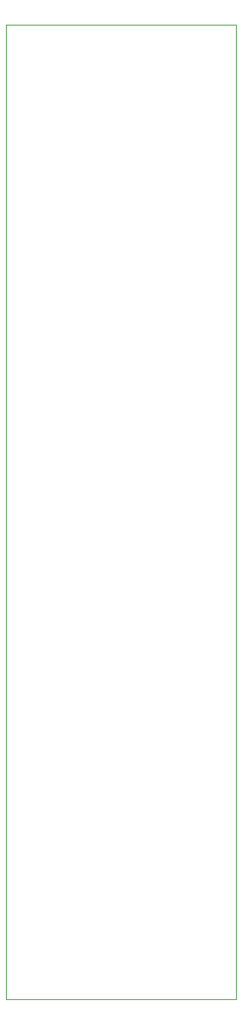
<source format=gbr>
%TF.GenerationSoftware,KiCad,Pcbnew,8.0.3-8.0.3-0~ubuntu22.04.1*%
%TF.CreationDate,2024-07-22T11:51:45+02:00*%
%TF.ProjectId,splt_mlt,73706c74-5f6d-46c7-942e-6b696361645f,rev?*%
%TF.SameCoordinates,Original*%
%TF.FileFunction,Profile,NP*%
%FSLAX46Y46*%
G04 Gerber Fmt 4.6, Leading zero omitted, Abs format (unit mm)*
G04 Created by KiCad (PCBNEW 8.0.3-8.0.3-0~ubuntu22.04.1) date 2024-07-22 11:51:45*
%MOMM*%
%LPD*%
G01*
G04 APERTURE LIST*
%TA.AperFunction,Profile*%
%ADD10C,0.050000*%
%TD*%
G04 APERTURE END LIST*
D10*
X84240000Y-47000000D02*
X110240000Y-47000000D01*
X110240000Y-157000000D01*
X84240000Y-157000000D01*
X84240000Y-47000000D01*
M02*

</source>
